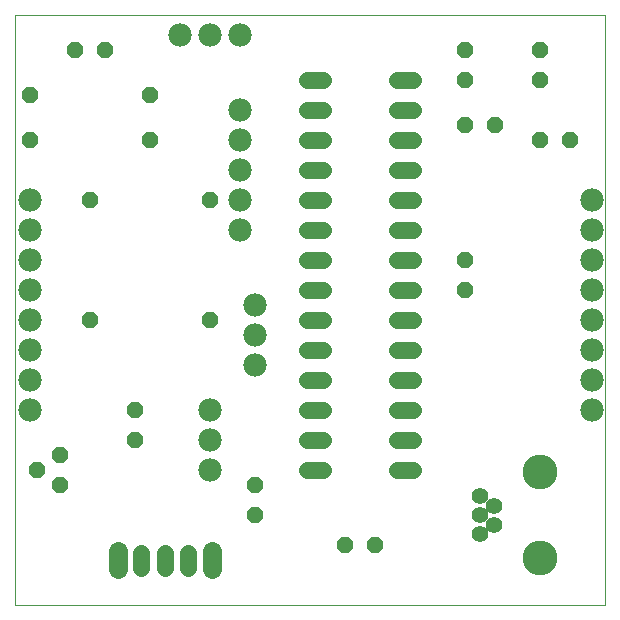
<source format=gbs>
G75*
%MOIN*%
%OFA0B0*%
%FSLAX25Y25*%
%IPPOS*%
%LPD*%
%AMOC8*
5,1,8,0,0,1.08239X$1,22.5*
%
%ADD10C,0.00000*%
%ADD11C,0.07800*%
%ADD12OC8,0.05600*%
%ADD13C,0.05600*%
%ADD14C,0.05550*%
%ADD15C,0.11620*%
%ADD16C,0.05550*%
%ADD17C,0.06337*%
D10*
X0001800Y0001800D02*
X0001800Y0198650D01*
X0198650Y0198650D01*
X0198650Y0001800D01*
X0001800Y0001800D01*
D11*
X0006800Y0066800D03*
X0006800Y0076800D03*
X0006800Y0086800D03*
X0006800Y0096800D03*
X0006800Y0106800D03*
X0006800Y0116800D03*
X0006800Y0126800D03*
X0006800Y0136800D03*
X0056800Y0191800D03*
X0066800Y0191800D03*
X0076800Y0191800D03*
X0076800Y0166800D03*
X0076800Y0156800D03*
X0076800Y0146800D03*
X0076800Y0136800D03*
X0076800Y0126800D03*
X0081800Y0101800D03*
X0081800Y0091800D03*
X0081800Y0081800D03*
X0066800Y0066800D03*
X0066800Y0056800D03*
X0066800Y0046800D03*
X0194300Y0066800D03*
X0194300Y0076800D03*
X0194300Y0086800D03*
X0194300Y0096800D03*
X0194300Y0106800D03*
X0194300Y0116800D03*
X0194300Y0126800D03*
X0194300Y0136800D03*
D12*
X0186800Y0156800D03*
X0176800Y0156800D03*
X0161800Y0161800D03*
X0151800Y0161800D03*
X0151800Y0176800D03*
X0151800Y0186800D03*
X0176800Y0186800D03*
X0176800Y0176800D03*
X0151800Y0116800D03*
X0151800Y0106800D03*
X0081800Y0041800D03*
X0081800Y0031800D03*
X0111800Y0021800D03*
X0121800Y0021800D03*
X0066800Y0096800D03*
X0041800Y0066800D03*
X0041800Y0056800D03*
X0016800Y0051800D03*
X0009300Y0046800D03*
X0016800Y0041800D03*
X0026800Y0096800D03*
X0026800Y0136800D03*
X0006800Y0156800D03*
X0006800Y0171800D03*
X0021800Y0186800D03*
X0031800Y0186800D03*
X0046800Y0171800D03*
X0046800Y0156800D03*
X0066800Y0136800D03*
D13*
X0099200Y0136800D02*
X0104400Y0136800D01*
X0104400Y0126800D02*
X0099200Y0126800D01*
X0099200Y0116800D02*
X0104400Y0116800D01*
X0104400Y0106800D02*
X0099200Y0106800D01*
X0099200Y0096800D02*
X0104400Y0096800D01*
X0104400Y0086800D02*
X0099200Y0086800D01*
X0099200Y0076800D02*
X0104400Y0076800D01*
X0104400Y0066800D02*
X0099200Y0066800D01*
X0099200Y0056800D02*
X0104400Y0056800D01*
X0104400Y0046800D02*
X0099200Y0046800D01*
X0129200Y0046800D02*
X0134400Y0046800D01*
X0134400Y0056800D02*
X0129200Y0056800D01*
X0129200Y0066800D02*
X0134400Y0066800D01*
X0134400Y0076800D02*
X0129200Y0076800D01*
X0129200Y0086800D02*
X0134400Y0086800D01*
X0134400Y0096800D02*
X0129200Y0096800D01*
X0129200Y0106800D02*
X0134400Y0106800D01*
X0134400Y0116800D02*
X0129200Y0116800D01*
X0129200Y0126800D02*
X0134400Y0126800D01*
X0134400Y0136800D02*
X0129200Y0136800D01*
X0129200Y0146800D02*
X0134400Y0146800D01*
X0134400Y0156800D02*
X0129200Y0156800D01*
X0129200Y0166800D02*
X0134400Y0166800D01*
X0134400Y0176800D02*
X0129200Y0176800D01*
X0104400Y0176800D02*
X0099200Y0176800D01*
X0099200Y0166800D02*
X0104400Y0166800D01*
X0104400Y0156800D02*
X0099200Y0156800D01*
X0099200Y0146800D02*
X0104400Y0146800D01*
D14*
X0156721Y0038099D03*
X0161446Y0034950D03*
X0156721Y0031800D03*
X0161446Y0028650D03*
X0156721Y0025501D03*
D15*
X0176800Y0017430D03*
X0176800Y0046170D03*
D16*
X0059674Y0019375D02*
X0059674Y0014225D01*
X0051800Y0014225D02*
X0051800Y0019375D01*
X0043926Y0019375D02*
X0043926Y0014225D01*
D17*
X0036052Y0013831D02*
X0036052Y0019769D01*
X0067548Y0019769D02*
X0067548Y0013831D01*
M02*

</source>
